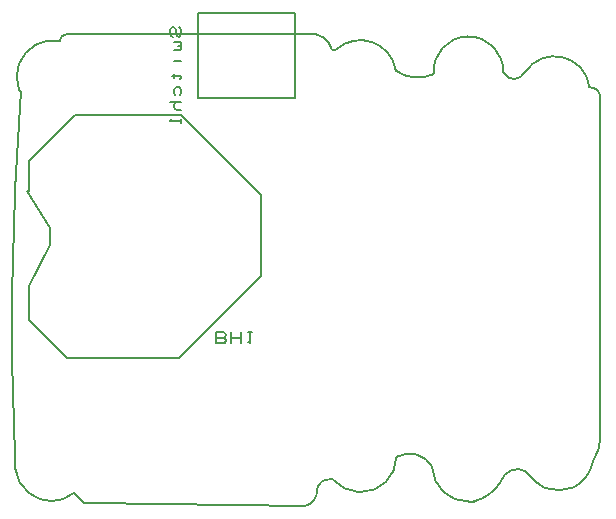
<source format=gbr>
%FSLAX23Y23*%
%MOIN*%
G04 EasyPC Gerber Version 17.0 Build 3379 *
%ADD14C,0.00500*%
X0Y0D02*
D02*
D14*
X733Y626D02*
Y627D01*
X733*
G75*
G02X751Y1881I10257J479*
G01*
Y1884*
X745Y1890*
G75*
G02X746Y1980I127J45*
G01*
G75*
G02X881Y2054I113J-45*
G01*
Y2055*
G75*
G02X903Y2077I24J-2*
G01*
X1710*
G75*
G02X1788Y2025I11J-68*
G01*
G75*
G03X1804Y2027I7J12*
G01*
G75*
G02X2000Y1958I79J-89*
G01*
Y1956*
G75*
G03X2127Y1943I74J102*
G01*
G75*
G02X2360Y1948I116J10*
G01*
G75*
G03X2431Y1949I35J20*
G01*
G75*
G02X2646Y1902I99J-63*
G01*
Y1900*
G75*
G02X2682Y1864I3J-33*
G01*
X2683*
Y745*
G75*
G02X2658Y653I-150J-9*
G01*
G75*
G02X2593Y566I-120J22*
G01*
G75*
G02X2498Y564I-50J133*
G01*
G75*
G02X2435Y619I83J159*
G01*
Y620*
G75*
G03X2351Y586I-28J-52*
G01*
G75*
G02X2260Y519I-126J76*
G01*
X2245*
G75*
G02X2123Y634I-4J119*
G01*
G75*
G03X2003Y668I-77J-43*
G01*
G75*
G02X1885Y551I-117*
G01*
X1875*
G75*
G02X1790Y593I9J124*
G01*
X1785*
G75*
G03X1738Y558I-6J-41*
G01*
G75*
G02X1698Y505I-49J-5*
G01*
X983Y514*
X960*
X927Y547*
G75*
G02X779I-74J91*
G01*
G75*
G02X733Y626I66J91*
G01*
X932Y1808D02*
X777Y1653D01*
Y1553*
X773*
X848Y1430*
Y1373*
X778Y1238*
Y1123*
X905Y996*
X1279*
X1553Y1270*
Y1540*
X1285Y1808*
X932*
X1277Y2100D02*
X1283Y2097D01*
X1286Y2091*
Y2078*
X1283Y2072*
X1277Y2069*
X1271Y2072*
X1268Y2078*
Y2091*
X1264Y2097*
X1258Y2100*
X1252Y2097*
X1249Y2091*
Y2078*
X1252Y2072*
X1258Y2069*
X1261Y2050D02*
X1283D01*
X1286Y2047*
Y2041*
X1283Y2038*
X1274*
X1283D02*
X1286Y2035D01*
Y2028*
X1283Y2025*
X1261*
X1286Y1988D02*
X1261D01*
X1252D02*
X1261Y1944*
Y1932D01*
X1255Y1938D02*
X1283D01*
X1286Y1935*
Y1932*
X1283Y1928*
X1264Y1875D02*
X1261Y1882D01*
Y1891*
X1264Y1897*
X1271Y1900*
X1277*
X1283Y1897*
X1286Y1891*
Y1882*
X1283Y1875*
X1286Y1850D02*
X1249D01*
X1271D02*
X1264Y1847D01*
X1261Y1841*
Y1835*
X1264Y1828*
X1271Y1825*
X1286*
Y1794D02*
Y1782D01*
Y1788D02*
X1249D01*
X1255Y1794*
X1343Y1864D02*
X1666D01*
Y2148*
X1343*
Y1864*
X1425Y1065D02*
X1431Y1068D01*
X1434Y1074*
X1431Y1081*
X1425Y1084*
X1403*
Y1046*
X1425*
X1431Y1049*
X1434Y1056*
X1431Y1062*
X1425Y1065*
X1403*
X1453Y1084D02*
Y1046D01*
Y1065D02*
X1484D01*
Y1084D02*
Y1046D01*
X1509Y1084D02*
X1522D01*
X1515D02*
Y1046D01*
X1509Y1052*
X0Y0D02*
M02*

</source>
